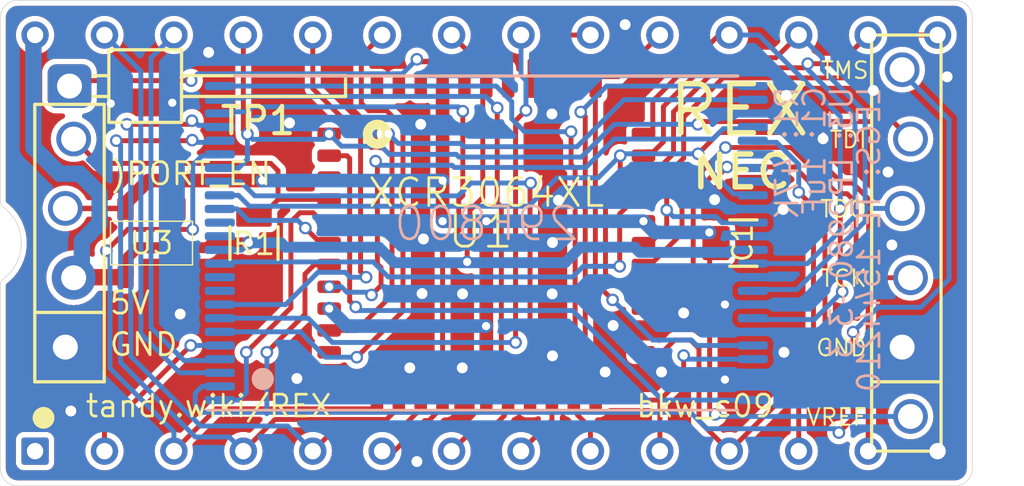
<source format=kicad_pcb>
(kicad_pcb (version 20221018) (generator pcbnew)
  (title_block (title "REX NEC, BKW re-spin") (date "2022-09-02") (rev "bkw_c09") (company "Brian K. White - b.kenyon.w@gmail.com") (comment 1 "Original design: Steve Adolph"))
  (layers (0 "F.Cu" signal "Top") (31 "B.Cu" signal "Bottom") (34 "B.Paste" user) (35 "F.Paste" user) (36 "B.SilkS" user "B.Silkscreen") (37 "F.SilkS" user "F.Silkscreen") (38 "B.Mask" user) (39 "F.Mask" user) (44 "Edge.Cuts" user))
  (net 0 "")
  (net 1 "GND")
  (net 2 "+3V3")
  (net 3 "/PORT_EN")
  (net 4 "/TP1")
  (net 5 "/eD3")
  (net 6 "/eA12")
  (net 7 "/eD4")
  (net 8 "/eA7")
  (net 9 "/eA6")
  (net 10 "/eD6")
  (net 11 "/eA5")
  (net 12 "/eD7")
  (net 13 "/eA4")
  (net 14 "/e~{CS}")
  (net 15 "/eA3")
  (net 16 "/eA10")
  (net 17 "/eA2")
  (net 18 "/e~{OE}")
  (net 19 "/eA1")
  (net 20 "/eA11")
  (net 21 "/eA0")
  (net 22 "/eA9")
  (net 23 "/eD0")
  (net 24 "/eD1")
  (net 25 "/eA13")
  (net 26 "/eD2")
  (net 27 "/eA14")
  (net 28 "+5V")
  (net 29 "/TMS")
  (net 30 "/TCK")
  (net 31 "/_~{WE}")
  (net 32 "/_A17")
  (net 33 "/_~{CE}")
  (net 34 "/_~{OE}")
  (net 35 "/_RY~{BY}")
  (net 36 "/_A15")
  (net 37 "/_A16")
  (net 38 "/eD5")
  (net 39 "/eA8")
  (footprint "000_LOCAL:C_0805" (layer "F.Cu") (at 155.783 95.232)
    (fp_text reference "C1")
    (fp_text value "1u")
  )
  (footprint "000_LOCAL:DIP-28_600_pcb_shallow_notch" (layer "F.Cu") (at 146.378 95.232 90)
    (fp_text reference "J1" hide)
    (fp_text value "DIP28 legs 27C256")
    (fp_line (start -8.89 17.145) (end -8.89 -17.145) (stroke (width 0.0254)) (layer "Edge.Cuts"))
    (fp_line (start -8.255 -17.78) (end -1.524 -17.78) (stroke (width 0.0254)) (layer "Edge.Cuts"))
    (fp_line (start 1.524 -17.78) (end 8.255 -17.78) (stroke (width 0.0254)) (layer "Edge.Cuts"))
    (fp_line (start 8.255 17.78) (end -8.255 17.78) (stroke (width 0.0254)) (layer "Edge.Cuts"))
    (fp_line (start 8.89 -17.145) (end 8.89 17.145) (stroke (width 0.0254)) (layer "Edge.Cuts"))
    (fp_arc (start -8.89 -17.145) (mid -8.704013 -17.594013) (end -8.255 -17.78) (stroke (width 0.0254)) (layer "Edge.Cuts"))
    (fp_arc (start -8.255 17.78) (mid -8.704013 17.594013) (end -8.89 17.145) (stroke (width 0.0254)) (layer "Edge.Cuts"))
    (fp_arc (start -1.524 -17.78) (mid -1.426799 -17.760665) (end -1.344395 -17.705605) (stroke (width 0.0254)) (layer "Edge.Cuts"))
    (fp_arc (start 1.344395 -17.705605) (mid 0 -17.015057) (end -1.344395 -17.705605) (stroke (width 0.0254)) (layer "Edge.Cuts"))
    (fp_arc (start 1.344395 -17.705605) (mid 1.426798 -17.760665) (end 1.524 -17.78) (stroke (width 0.0254)) (layer "Edge.Cuts"))
    (fp_arc (start 8.255 -17.78) (mid 8.704013 -17.594013) (end 8.89 -17.145) (stroke (width 0.0254)) (layer "Edge.Cuts"))
    (fp_arc (start 8.89 17.145) (mid 8.704013 17.594013) (end 8.255 17.78) (stroke (width 0.0254)) (layer "Edge.Cuts"))
  )
  (footprint "000_LOCAL:1x6_pcb_socket" (layer "F.Cu") (at 161.745 95.232 90)
    (fp_text reference "J2")
    (fp_text value "JTAG" hide)
  )
  (footprint "000_LOCAL:R_0805" (layer "F.Cu") (at 137.878 95.232 90)
    (fp_text reference "R1")
    (fp_text value "47k")
  )
  (footprint "000_LOCAL:VQFP44" (layer "F.Cu") (at 146.378 95.232)
    (fp_text reference "U1")
    (fp_text value "XCR3064-VQ44" hide)
  )
  (footprint "000_LOCAL:SOT-23-5" (layer "F.Cu") (at 134.128 95.232 90)
    (fp_text reference "U3")
    (fp_text value "LP2980")
  )
  (footprint "000_LOCAL:1x1_pin_h" (layer "F.Cu") (at 131.128 89.482)
    (fp_text reference "TP1")
    (fp_text value "PINHD-1X1")
  )
  (footprint "000_LOCAL:1x4_pcb_socket" (layer "F.Cu") (at 131.128 95.232 90)
    (fp_text reference "J3" hide)
    (fp_text value "PRG")
  )
  (footprint "000_LOCAL:TSOP-48" (layer "B.Cu") (at 146.378 95.232)
    (fp_text reference "U2" hide)
    (fp_text value "29F800")
  )
  (gr_circle (center 130.178 101.632) (end 130.178 101.432) (stroke (width 0.4)) (fill none) (layer "F.SilkS"))
  (gr_text "U3: LP2980-3.3" (at 159.378 89.432 90) (layer "B.SilkS") (effects (font (size 0.8 0.8) (thickness 0.1)) (justify left mirror)))
  (gr_text "C1: 1uF" (at 158.378 89.432 90) (layer "B.SilkS") (effects (font (size 0.8 0.8) (thickness 0.1)) (justify left mirror)))
  (gr_text "LEGS: TE 1544210" (at 160.378 89.432 90) (layer "B.SilkS") (effects (font (size 0.8 0.8) (thickness 0.1)) (justify left mirror)))
  (gr_text "R1: 47K" (at 157.378 89.432 90) (layer "B.SilkS") (effects (font (size 0.8 0.8) (thickness 0.1)) (justify left mirror)))
  (gr_text ")PORT_EN" (at 135.583 92.692) (layer "F.SilkS") (effects (font (size 0.8128 0.8128) (thickness 0.1016))))
  (gr_text "5V" (at 132.535 97.899) (layer "F.SilkS") (effects (font (size 0.8128 0.8128) (thickness 0.1016)) (justify left bottom)))
  (gr_text "NEC" (at 155.7125 93.327) (layer "F.SilkS") (effects (font (size 1.2 1.2) (thickness 0.2)) (justify bottom)))
  (gr_text "GND" (at 132.535 99.423) (layer "F.SilkS") (effects (font (size 0.8128 0.8128) (thickness 0.1016)) (justify left bottom)))
  (gr_text "TCK" (at 160.348 96.883) (layer "F.SilkS") (effects (font (size 0.6096 0.6096) (thickness 0.0762)) (justify right bottom)))
  (gr_text "TDO" (at 160.348 94.343) (layer "F.SilkS") (effects (font (size 0.6096 0.6096) (thickness 0.0762)) (justify right bottom)))
  (gr_text "GND" (at 160.348 99.423) (layer "F.SilkS") (effects (font (size 0.6096 0.6096) (thickness 0.0762)) (justify right bottom)))
  (gr_text "VREF" (at 160.348 101.963) (layer "F.SilkS") (effects (font (size 0.6096 0.6096) (thickness 0.0762)) (justify right bottom)))
  (gr_text "REX" (at 155.6363 91.422) (layer "F.SilkS") (effects (font (size 1.8 1.8) (thickness 0.2)) (justify bottom)))
  (gr_text "TMS" (at 160.418 89.263) (layer "F.SilkS") (effects (font (size 0.6096 0.6096) (thickness 0.0762)) (justify right bottom)))
  (gr_text "TDI" (at 160.348 91.803) (layer "F.SilkS") (effects (font (size 0.6096 0.6096) (thickness 0.0762)) (justify right bottom)))
  (gr_text "XCR3064XL" (at 146.378 93.982) (layer "F.SilkS") (effects (font (size 1.016 1.016) (thickness 0.1016)) (justify bottom)))
  (gr_text "tandy.wiki/REX" (at 136.218 101.201) (layer "F.SilkS") (effects (font (size 0.8 0.8) (thickness 0.1))))
  (gr_text "${REVISION}" (at 154.379 101.201) (layer "F.SilkS") (effects (font (size 0.8 0.8) (thickness 0.1))))
  (via (at 153.598 97.792) (size 0.6) (drill 0.4) (layers "F.Cu" "B.Cu") (net 1))
  (via (at 144.078 95.082) (size 0.6) (drill 0.4) (layers "F.Cu" "B.Cu") (net 1))
  (via (at 145.508 97.092) (size 0.6) (drill 0.4) (layers "F.Cu" "B.Cu") (net 1))
  (via (at 163.238 89.142) (size 0.6) (drill 0.4) (layers "F.Cu" "B.Cu") (net 1))
  (via (at 151.018 98.252) (size 0.6) (drill 0.4) (layers "F.Cu" "B.Cu") (net 1))
  (via (at 157.238 94.002) (size 0.6) (drill 0.4) (layers "F.Cu" "B.Cu") (net 1))
  (via (at 145.498 99.802) (size 0.6) (drill 0.4) (layers "F.Cu" "B.Cu") (net 1))
  (via (at 136.218 88.247) (size 0.6) (drill 0.4) (layers "F.Cu" "B.Cu") (net 1))
  (via (at 155.108 97.482) (size 0.5) (drill 0.3) (layers "F.Cu" "B.Cu") (net 1))
  (via (at 139.178 90.832) (size 0.6) (drill 0.4) (layers "F.Cu" "B.Cu") (net 1))
  (via (at 150.728 99.952) (size 0.6) (drill 0.4) (layers "F.Cu" "B.Cu") (net 1))
  (via (at 158.698 91.412) (size 0.6) (drill 0.4) (layers "F.Cu" "B.Cu") (net 1))
  (via (at 157.268 99.232) (size 0.6) (drill 0.4) (layers "F.Cu" "B.Cu") (net 1))
  (via (at 154.728 93.642) (size 0.6) (drill 0.4) (layers "F.Cu" "B.Cu") (net 1))
  (via (at 148.798 95.212) (size 0.6) (drill 0.4) (layers "F.Cu" "B.Cu") (net 1))
  (via (at 143.978 90.882) (size 0.6) (drill 0.4) (layers "F.Cu" "B.Cu") (net 1))
  (via (at 148.778 90.502) (size 0.6) (drill 0.4) (layers "F.Cu" "B.Cu") (net 1))
  (via (at 134.888 90.092) (size 0.46) (drill 0.3) (layers "F.Cu" "B.Cu") (net 1))
  (via (at 149.018 93.662) (size 0.6) (drill 0.4) (layers "F.Cu" "B.Cu") (net 1))
  (via (at 148.788 97.092) (size 0.6) (drill 0.4) (layers "F.Cu" "B.Cu") (net 1))
  (via (at 151.458 87.231) (size 0.6) (drill 0.4) (layers "F.Cu" "B.Cu") (net 1))
  (via (at 143.578 99.802) (size 0.6) (drill 0.4) (layers "F.Cu" "B.Cu") (net 1))
  (via (at 148.798 99.362) (size 0.6) (drill 0.4) (layers "F.Cu" "B.Cu") (net 1))
  (via (at 152.788 99.952) (size 0.6) (drill 0.4) (layers "F.Cu" "B.Cu") (net 1))
  (via (at 157.358 89.822) (size 0.6) (drill 0.4) (layers "F.Cu" "B.Cu") (net 1))
  (via (at 161.218 95.302) (size 0.6) (drill 0.4) (layers "F.Cu" "B.Cu") (net 1))
  (via (at 132.638 90.122) (size 0.46) (drill 0.3) (layers "F.Cu" "B.Cu") (net 1))
  (via (at 131.178 101.382) (size 0.6) (drill 0.4) (layers "F.Cu" "B.Cu") (net 1))
  (via (at 160.538 89.642) (size 0.6) (drill 0.4) (layers "F.Cu" "B.Cu") (net 1))
  (via (at 143.838 103.233) (size 0.6) (drill 0.4) (layers "F.Cu" "B.Cu") (net 1))
  (via (at 155.108 100.232) (size 0.5) (drill 0.3) (layers "F.Cu" "B.Cu") (net 1))
  (via (at 161.078 92.632) (size 0.6) (drill 0.4) (layers "F.Cu" "B.Cu") (net 1))
  (via (at 135.178 97.832) (size 0.6) (drill 0.4) (layers "F.Cu" "B.Cu") (net 1))
  (via (at 144.028 97.082) (size 0.6) (drill 0.4) (layers "F.Cu" "B.Cu") (net 1))
  (via (at 139.448 100.192) (size 0.6) (drill 0.4) (layers "F.Cu" "B.Cu") (net 1))
  (segment (start 156.128 91.982) (end 156.788 91.982) (width 0.3) (layer "B.Cu") (net 1))
  (segment (start 156.788 91.982) (end 156.988 92.182) (width 0.3) (layer "B.Cu") (net 1))
  (segment (start 138.178 92.942) (end 134.008 92.942) (width 0.5) (layer "F.Cu") (net 2))
  (segment (start 144.778 92.942) (end 144.778 94.432) (width 0.5) (layer "F.Cu") (net 2))
  (segment (start 154.548 101.302) (end 154.548 95.467) (width 0.18) (layer "F.Cu") (net 2))
  (segment (start 146.378 98.262) (end 146.368 98.272) (width 0.5) (layer "F.Cu") (net 2))
  (segment (start 154.538 94.842) (end 154.783 95.087) (width 0.3) (layer "F.Cu") (net 2))
  (segment (start 154.548 95.467) (end 154.783 95.232) (width 0.18) (layer "F.Cu") (net 2))
  (segment (start 146.378 100.982) (end 146.378 98.282) (width 0.5) (layer "F.Cu") (net 2))
  (segment (start 154.753 101.507) (end 154.548 101.302) (width 0.18) (layer "F.Cu") (net 2))
  (segment (start 133.178 93.772) (end 133.178 93.982) (width 0.5) (layer "F.Cu") (net 2))
  (segment (start 134.008 92.942) (end 133.178 93.772) (width 0.5) (layer "F.Cu") (net 2))
  (segment (start 144.778 92.942) (end 144.778 89.482) (width 0.5) (layer "F.Cu") (net 2))
  (segment (start 130.9756 93.962) (end 133.158 93.962) (width 0.2) (layer "F.Cu") (net 2))
  (segment (start 146.378 94.432) (end 146.378 98.262) (width 0.5) (layer "F.Cu") (net 2))
  (segment (start 146.378 98.282) (end 146.368 98.272) (width 0.5) (layer "F.Cu") (net 2))
  (segment (start 154.783 95.087) (end 154.783 95.232) (width 0.3) (layer "F.Cu") (net 2))
  (segment (start 133.178 93.892) (end 133.178 93.982) (width 0.3) (layer "F.Cu") (net 2))
  (via (at 140.628 97.632) (size 0.46) (drill 0.3) (layers "F.Cu" "B.Cu") (net 2))
  (via (at 154.753 101.507) (size 0.46) (drill 0.3) (layers "F.Cu" "B.Cu") (net 2))
  (via (at 152.128 94.432) (size 0.46) (drill 0.3) (layers "F.Cu" "B.Cu") (net 2))
  (via (at 144.778 94.432) (size 0.46) (drill 0.3) (layers "F.Cu" "B.Cu") (net 2))
  (via (at 146.378 94.432) (size 0.46) (drill 0.3) (layers "F.Cu" "B.Cu") (net 2))
  (via (at 144.778 92.942) (size 0.46) (drill 0.3) (layers "F.Cu" "B.Cu") (net 2))
  (via (at 154.538 94.842) (size 0.5) (drill 0.3) (layers "F.Cu" "B.Cu") (net 2))
  (via (at 146.368 98.272) (size 0.46) (drill 0.3) (layers "F.Cu" "B.Cu") (net 2))
  (via (at 138.178 92.942) (size 0.5) (drill 0.3) (layers "F.Cu" "B.Cu") (net 2))
  (segment (start 154.753 101.507) (end 154.828 101.582) (width 0.18) (layer "B.Cu") (net 2))
  (segment (start 152.128 94.432) (end 146.378 94.432) (width 0.5) (layer "B.Cu") (net 2))
  (segment (start 141.268 98.272) (end 140.628 97.632) (width 0.5) (layer "B.Cu") (net 2))
  (segment (start 161.78 101.582) (end 161.7804 101.582) (width 0.3) (layer "B.Cu") (net 2))
  (segment (start 152.538 94.842) (end 152.128 94.432) (width 0.5) (layer "B.Cu") (net 2))
  (segment (start 154.538 94.842) (end 152.538 94.842) (width 0.5) (layer "B.Cu") (net 2))
  (segment (start 154.828 101.582) (end 161.78 101.582) (width 0.18) (layer "B.Cu") (net 2))
  (segment (start 144.778 94.432) (end 146.378 94.432) (width 0.5) (layer "B.Cu") (net 2))
  (segment (start 138.178 92.942) (end 144.778 92.942) (width 0.5) (layer "B.Cu") (net 2))
  (segment (start 146.368 98.272) (end 141.268 98.272) (width 0.5) (layer "B.Cu") (net 2))
  (segment (start 132.1704 92.312) (end 131.2804 91.422) (width 0.18) (layer "F.Cu") (net 3))
  (segment (start 138.758 93.632) (end 138.758 92.582) (width 0.18) (layer "F.Cu") (net 3))
  (segment (start 138.118 94.282) (end 137.878 94.282) (width 0.18) (layer "F.Cu") (net 3))
  (segment (start 138.758 92.582) (end 138.488 92.312) (width 0.18) (layer "F.Cu") (net 3))
  (segment (start 138.488 92.312) (end 132.1704 92.312) (width 0.18) (layer "F.Cu") (net 3))
  (segment (start 138.768 93.632) (end 138.118 94.282) (width 0.18) (layer "F.Cu") (net 3))
  (segment (start 140.628 93.632) (end 138.768 93.632) (width 0.18) (layer "F.Cu") (net 3))
  (segment (start 145.578 88.832) (end 145.578 89.482) (width 0.2) (layer "F.Cu") (net 4))
  (segment (start 143.838 88.501) (end 143.919 88.582) (width 0.2) (layer "F.Cu") (net 4))
  (segment (start 143.919 88.582) (end 145.328 88.582) (width 0.2) (layer "F.Cu") (net 4))
  (segment (start 131.328 89.282) (end 131.128 89.482) (width 0.18) (layer "F.Cu") (net 4))
  (segment (start 135.578 89.282) (end 131.328 89.282) (width 0.18) (layer "F.Cu") (net 4))
  (segment (start 145.328 88.582) (end 145.578 88.832) (width 0.2) (layer "F.Cu") (net 4))
  (via (at 143.838 88.501) (size 0.46) (drill 0.3) (layers "F.Cu" "B.Cu") (net 4))
  (via (at 135.578 89.282) (size 0.46) (drill 0.3) (layers "F.Cu" "B.Cu") (net 4))
  (segment (start 135.578 89.282) (end 135.828 89.032) (width 0.18) (layer "B.Cu") (net 4))
  (segment (start 143.307 89.032) (end 143.838 88.501) (width 0.18) (layer "B.Cu") (net 4))
  (segment (start 135.828 89.032) (end 143.307 89.032) (width 0.18) (layer "B.Cu") (net 4))
  (segment (start 152.978 94.022) (end 152.978 94.622) (width 0.18) (layer "F.Cu") (net 5))
  (segment (start 152.978 94.622) (end 152.368 95.232) (width 0.18) (layer "F.Cu") (net 5))
  (segment (start 152.368 95.232) (end 152.128 95.232) (width 0.18) (layer "F.Cu") (net 5))
  (segment (start 159.938 89.182) (end 161.508 87.612) (width 0.18) (layer "F.Cu") (net 5))
  (segment (start 153.598 92.122) (end 153.598 90.622) (width 0.18) (layer "F.Cu") (net 5))
  (segment (start 152.978 92.742) (end 153.598 92.122) (width 0.18) (layer "F.Cu") (net 5))
  (segment (start 152.978 94.022) (end 152.978 92.742) (width 0.18) (layer "F.Cu") (net 5))
  (segment (start 155.038 89.182) (end 159.938 89.182) (width 0.18) (layer "F.Cu") (net 5))
  (segment (start 161.508 87.612) (end 162.888 87.612) (width 0.18) (layer "F.Cu") (net 5))
  (segment (start 153.598 90.622) (end 155.038 89.182) (width 0.18) (layer "F.Cu") (net 5))
  (via (at 152.978 94.022) (size 0.46) (drill 0.3) (layers "F.Cu" "B.Cu") (net 5))
  (segment (start 153.218 94.262) (end 154.778 94.262) (width 0.18) (layer "B.Cu") (net 5))
  (segment (start 152.978 94.022) (end 153.218 94.262) (width 0.18) (layer "B.Cu") (net 5))
  (segment (start 154.778 94.262) (end 154.998 94.482) (width 0.18) (layer "B.Cu") (net 5))
  (segment (start 154.998 94.482) (end 156.128 94.482) (width 0.18) (layer "B.Cu") (net 5))
  (segment (start 132.408 102.852) (end 132.408 102.1366) (width 0.18) (layer "F.Cu") (net 6))
  (segment (start 132.408 102.1366) (end 135.5626 98.982) (width 0.18) (layer "F.Cu") (net 6))
  (via (at 135.5626 98.982) (size 0.46) (drill 0.3) (layers "F.Cu" "B.Cu") (net 6))
  (segment (start 136.628 98.982) (end 135.5626 98.982) (width 0.18) (layer "B.Cu") (net 6))
  (segment (start 153.228 90.422) (end 153.228 91.952) (width 0.18) (layer "F.Cu") (net 7))
  (segment (start 152.268 92.692) (end 152.128 92.832) (width 0.18) (layer "F.Cu") (net 7))
  (segment (start 158.138 88.662) (end 157.988 88.812) (width 0.18) (layer "F.Cu") (net 7))
  (segment (start 152.488 92.692) (end 152.268 92.692) (width 0.18) (layer "F.Cu") (net 7))
  (segment (start 157.988 88.812) (end 154.838 88.812) (width 0.18) (layer "F.Cu") (net 7))
  (segment (start 158.138 88.662) (end 159.298 88.662) (width 0.18) (layer "F.Cu") (net 7))
  (segment (start 159.298 88.662) (end 160.348 87.612) (width 0.18) (layer "F.Cu") (net 7))
  (segment (start 154.838 88.812) (end 153.228 90.422) (width 0.18) (layer "F.Cu") (net 7))
  (segment (start 153.228 91.952) (end 152.488 92.692) (width 0.18) (layer "F.Cu") (net 7))
  (via (at 158.138 88.662) (size 0.46) (drill 0.3) (layers "F.Cu" "B.Cu") (net 7))
  (segment (start 158.138 88.872) (end 159.868 90.602) (width 0.18) (layer "B.Cu") (net 7))
  (segment (start 158.128 95.982) (end 156.128 95.982) (width 0.18) (layer "B.Cu") (net 7))
  (segment (start 159.868 94.242) (end 158.128 95.982) (width 0.18) (layer "B.Cu") (net 7))
  (segment (start 158.138 88.662) (end 158.138 88.872) (width 0.18) (layer "B.Cu") (net 7))
  (segment (start 159.868 90.602) (end 159.868 94.242) (width 0.18) (layer "B.Cu") (net 7))
  (segment (start 142.378 101.302) (end 136.498 101.302) (width 0.18) (layer "F.Cu") (net 8))
  (segment (start 133.258 94.732) (end 132.478 95.512) (width 0.18) (layer "F.Cu") (net 8))
  (segment (start 142.378 100.982) (end 142.378 101.302) (width 0.18) (layer "F.Cu") (net 8))
  (segment (start 136.498 101.302) (end 134.948 102.852) (width 0.18) (layer "F.Cu") (net 8))
  (segment (start 135.638 94.732) (end 133.258 94.732) (width 0.18) (layer "F.Cu") (net 8))
  (via (at 132.478 95.512) (size 0.46) (drill 0.3) (layers "F.Cu" "B.Cu") (net 8))
  (via (at 135.638 94.732) (size 0.46) (drill 0.3) (layers "F.Cu" "B.Cu") (net 8))
  (segment (start 135.638 94.732) (end 135.638 92.372) (width 0.18) (layer "B.Cu") (net 8))
  (segment (start 136.568 92.042) (end 136.628 91.982) (width 0.18) (layer "B.Cu") (net 8))
  (segment (start 132.608 99.812) (end 134.948 102.152) (width 0.18) (layer "B.Cu") (net 8))
  (segment (start 135.968 92.042) (end 136.568 92.042) (width 0.18) (layer "B.Cu") (net 8))
  (segment (start 135.638 92.372) (end 135.968 92.042) (width 0.18) (layer "B.Cu") (net 8))
  (segment (start 132.608 95.642) (end 132.608 99.812) (width 0.18) (layer "B.Cu") (net 8))
  (segment (start 134.948 102.152) (end 134.948 102.852) (width 0.18) (layer "B.Cu") (net 8))
  (segment (start 132.478 95.512) (end 132.608 95.642) (width 0.18) (layer "B.Cu") (net 8))
  (segment (start 143.178 100.982) (end 143.178 101.2426) (width 0.18) (layer "F.Cu") (net 9))
  (segment (start 135.598 91.482) (end 135.618 91.462) (width 0.18) (layer "F.Cu") (net 9))
  (segment (start 138.648 101.692) (end 137.488 102.852) (width 0.18) (layer "F.Cu") (net 9))
  (segment (start 143.178 101.2426) (end 142.7286 101.692) (width 0.18) (layer "F.Cu") (net 9))
  (segment (start 132.838 91.482) (end 135.598 91.482) (width 0.18) (layer "F.Cu") (net 9))
  (segment (start 142.7286 101.692) (end 138.648 101.692) (width 0.18) (layer "F.Cu") (net 9))
  (via (at 132.838 91.482) (size 0.46) (drill 0.3) (layers "F.Cu" "B.Cu") (net 9))
  (via (at 135.618 91.462) (size 0.46) (drill 0.3) (layers "F.Cu" "B.Cu") (net 9))
  (segment (start 136.568 91.542) (end 136.628 91.482) (width 0.18) (layer "B.Cu") (net 9))
  (segment (start 135.728 102.332) (end 136.968 102.332) (width 0.18) (layer "B.Cu") (net 9))
  (segment (start 132.998 99.602) (end 135.728 102.332) (width 0.18) (layer "B.Cu") (net 9))
  (segment (start 132.838 91.482) (end 132.998 91.642) (width 0.18) (layer "B.Cu") (net 9))
  (segment (start 136.968 102.332) (end 137.488 102.852) (width 0.18) (layer "B.Cu") (net 9))
  (segment (start 135.698 91.542) (end 136.568 91.542) (width 0.18) (layer "B.Cu") (net 9))
  (segment (start 135.618 91.462) (end 135.698 91.542) (width 0.18) (layer "B.Cu") (net 9))
  (segment (start 132.998 91.642) (end 132.998 99.602) (width 0.18) (layer "B.Cu") (net 9))
  (segment (start 152.128 91.232) (end 152.468 91.232) (width 0.18) (layer "F.Cu") (net 10))
  (segment (start 152.468 90.032) (end 154.888 87.612) (width 0.18) (layer "F.Cu") (net 10))
  (segment (start 159.398 97.012) (end 159.328 96.942) (width 0.18) (layer "F.Cu") (net 10))
  (segment (start 159.328 96.942) (end 159.328 93.972) (width 0.18) (layer "F.Cu") (net 10))
  (segment (start 154.888 87.612) (end 155.268 87.612) (width 0.18) (layer "F.Cu") (net 10))
  (segment (start 152.468 91.232) (end 152.468 90.032) (width 0.18) (layer "F.Cu") (net 10))
  (via (at 159.328 93.972) (size 0.46) (drill 0.3) (layers "F.Cu" "B.Cu") (net 10))
  (via (at 159.398 97.012) (size 0.46) (drill 0.3) (layers "F.Cu" "B.Cu") (net 10))
  (segment (start 159.398 97.012) (end 158.378 98.032) (width 0.18) (layer "B.Cu") (net 10))
  (segment (start 156.178 98.032) (end 156.128 97.982) (width 0.18) (layer "B.Cu") (net 10))
  (segment (start 159.328 93.972) (end 159.328 90.592) (width 0.18) (layer "B.Cu") (net 10))
  (segment (start 158.378 98.032) (end 156.178 98.032) (width 0.18) (layer "B.Cu") (net 10))
  (segment (start 156.348 87.612) (end 155.268 87.612) (width 0.18) (layer "B.Cu") (net 10))
  (segment (start 159.328 90.592) (end 156.348 87.612) (width 0.18) (layer "B.Cu") (net 10))
  (segment (start 143.978 100.982) (end 143.838 101.122) (width 0.18) (layer "F.Cu") (net 11))
  (segment (start 143.838 101.122) (end 143.838 101.442) (width 0.18) (layer "F.Cu") (net 11))
  (segment (start 135.478 90.882) (end 133.228 90.882) (width 0.18) (layer "F.Cu") (net 11))
  (segment (start 135.608 90.752) (end 135.478 90.882) (width 0.18) (layer "F.Cu") (net 11))
  (segment (start 143.218 102.062) (end 140.818 102.062) (width 0.18) (layer "F.Cu") (net 11))
  (segment (start 143.838 101.442) (end 143.218 102.062) (width 0.18) (layer "F.Cu") (net 11))
  (segment (start 140.818 102.062) (end 140.028 102.852) (width 0.18) (layer "F.Cu") (net 11))
  (via (at 133.228 90.882) (size 0.46) (drill 0.3) (layers "F.Cu" "B.Cu") (net 11))
  (via (at 135.608 90.752) (size 0.46) (drill 0.3) (layers "F.Cu" "B.Cu") (net 11))
  (segment (start 133.228 90.882) (end 133.368 91.022) (width 0.18) (layer "B.Cu") (net 11))
  (segment (start 133.368 99.372) (end 135.928 101.932) (width 0.18) (layer "B.Cu") (net 11))
  (segment (start 135.608 90.752) (end 135.678 90.752) (width 0.18) (layer "B.Cu") (net 11))
  (segment (start 133.368 91.022) (end 133.368 99.372) (width 0.18) (layer "B.Cu") (net 11))
  (segment (start 139.108 101.932) (end 140.028 102.852) (width 0.18) (layer "B.Cu") (net 11))
  (segment (start 135.678 90.752) (end 135.848 90.922) (width 0.18) (layer "B.Cu") (net 11))
  (segment (start 135.848 90.922) (end 136.568 90.922) (width 0.18) (layer "B.Cu") (net 11))
  (segment (start 136.568 90.922) (end 136.628 90.982) (width 0.18) (layer "B.Cu") (net 11))
  (segment (start 135.928 101.932) (end 139.108 101.932) (width 0.18) (layer "B.Cu") (net 11))
  (segment (start 151.204 89.136) (end 150.378 89.136) (width 0.18) (layer "F.Cu") (net 12))
  (segment (start 150.368 89.492) (end 150.378 89.482) (width 0.18) (layer "F.Cu") (net 12))
  (segment (start 150.378 89.136) (end 150.378 89.482) (width 0.18) (layer "F.Cu") (net 12))
  (segment (start 150.998 97.312) (end 150.368 96.682) (width 0.18) (layer "F.Cu") (net 12))
  (segment (start 150.368 96.682) (end 150.368 89.492) (width 0.18) (layer "F.Cu") (net 12))
  (segment (start 152.728 87.612) (end 151.204 89.136) (width 0.18) (layer "F.Cu") (net 12))
  (via (at 150.998 97.312) (size 0.46) (drill 0.3) (layers "F.Cu" "B.Cu") (net 12))
  (segment (start 150.998 97.312) (end 152.468 98.782) (width 0.18) (layer "B.Cu") (net 12))
  (segment (start 154.078 98.982) (end 156.128 98.982) (width 0.18) (layer "B.Cu") (net 12))
  (segment (start 152.468 98.782) (end 153.878 98.782) (width 0.18) (layer "B.Cu") (net 12))
  (segment (start 153.878 98.782) (end 154.078 98.982) (width 0.18) (layer "B.Cu") (net 12))
  (segment (start 144.778 95.3724) (end 144.778 100.982) (width 0.18) (layer "F.Cu") (net 13))
  (segment (start 142.568 102.852) (end 143.008 102.852) (width 0.18) (layer "F.Cu") (net 13))
  (segment (start 145.518 93.492) (end 145.368 93.642) (width 0.18) (layer "F.Cu") (net 13))
  (segment (start 143.008 102.852) (end 144.128 101.732) (width 0.18) (layer "F.Cu") (net 13))
  (segment (start 144.278 101.732) (end 144.638 101.372) (width 0.18) (layer "F.Cu") (net 13))
  (segment (start 145.368 93.642) (end 145.368 94.7824) (width 0.18) (layer "F.Cu") (net 13))
  (segment (start 145.518 90.402) (end 145.518 93.492) (width 0.18) (layer "F.Cu") (net 13))
  (segment (start 144.638 101.122) (end 144.778 100.982) (width 0.18) (layer "F.Cu") (net 13))
  (segment (start 144.638 101.372) (end 144.638 101.122) (width 0.18) (layer "F.Cu") (net 13))
  (segment (start 145.368 94.7824) (end 144.778 95.3724) (width 0.18) (layer "F.Cu") (net 13))
  (segment (start 144.128 101.732) (end 144.278 101.732) (width 0.18) (layer "F.Cu") (net 13))
  (via (at 145.518 90.402) (size 0.46) (drill 0.3) (layers "F.Cu" "B.Cu") (net 13))
  (segment (start 145.518 90.402) (end 145.358 90.242) (width 0.18) (layer "B.Cu") (net 13))
  (segment (start 137.608 90.422) (end 136.688 90.422) (width 0.18) (layer "B.Cu") (net 13))
  (segment (start 145.358 90.242) (end 137.788 90.242) (width 0.18) (layer "B.Cu") (net 13))
  (segment (start 136.688 90.422) (end 136.628 90.482) (width 0.18) (layer "B.Cu") (net 13))
  (segment (start 137.788 90.242) (end 137.608 90.422) (width 0.18) (layer "B.Cu") (net 13))
  (segment (start 147.978 88.582) (end 148.948 87.612) (width 0.18) (layer "F.Cu") (net 14))
  (segment (start 147.978 89.482) (end 147.978 88.582) (width 0.18) (layer "F.Cu") (net 14))
  (segment (start 148.948 87.612) (end 150.188 87.612) (width 0.18) (layer "F.Cu") (net 14))
  (segment (start 146.928 93.912) (end 146.928 99.722) (width 0.18) (layer "F.Cu") (net 15))
  (segment (start 146.778 90.282) (end 146.778 93.762) (width 0.18) (layer "F.Cu") (net 15))
  (segment (start 146.758 101.832) (end 147.038 101.552) (width 0.18) (layer "F.Cu") (net 15))
  (segment (start 147.178 99.972) (end 147.178 100.982) (width 0.18) (layer "F.Cu") (net 15))
  (segment (start 146.928 99.722) (end 147.178 99.972) (width 0.18) (layer "F.Cu") (net 15))
  (segment (start 146.778 93.762) (end 146.928 93.912) (width 0.18) (layer "F.Cu") (net 15))
  (segment (start 146.128 101.832) (end 146.758 101.832) (width 0.18) (layer "F.Cu") (net 15))
  (segment (start 147.038 101.122) (end 147.178 100.982) (width 0.18) (layer "F.Cu") (net 15))
  (segment (start 145.108 102.852) (end 146.128 101.832) (width 0.18) (layer "F.Cu") (net 15))
  (segment (start 147.038 101.552) (end 147.038 101.122) (width 0.18) (layer "F.Cu") (net 15))
  (via (at 146.778 90.282) (size 0.46) (drill 0.3) (layers "F.Cu" "B.Cu") (net 15))
  (segment (start 146.778 90.282) (end 146.358 89.862) (width 0.18) (layer "B.Cu") (net 15))
  (segment (start 137.568 89.862) (end 137.508 89.922) (width 0.18) (layer "B.Cu") (net 15))
  (segment (start 137.508 89.922) (end 136.688 89.922) (width 0.18) (layer "B.Cu") (net 15))
  (segment (start 136.688 89.922) (end 136.628 89.982) (width 0.18) (layer "B.Cu") (net 15))
  (segment (start 146.358 89.862) (end 137.568 89.862) (width 0.18) (layer "B.Cu") (net 15))
  (segment (start 147.448 90.752) (end 147.448 98.872) (width 0.18) (layer "F.Cu") (net 16))
  (segment (start 147.828 90.372) (end 147.448 90.752) (width 0.18) (layer "F.Cu") (net 16))
  (via (at 147.448 98.872) (size 0.46) (drill 0.3) (layers "F.Cu" "B.Cu") (net 16))
  (via (at 147.828 90.372) (size 0.46) (drill 0.3) (layers "F.Cu" "B.Cu") (net 16))
  (segment (start 147.828 89.272) (end 147.648 89.092) (width 0.18) (layer "B.Cu") (net 16))
  (segment (start 140.748 98.872) (end 139.858 97.982) (width 0.18) (layer "B.Cu") (net 16))
  (segment (start 139.858 97.982) (end 136.628 97.982) (width 0.18) (layer "B.Cu") (net 16))
  (segment (start 147.648 89.092) (end 147.648 87.612) (width 0.18) (layer "B.Cu") (net 16))
  (segment (start 147.448 98.872) (end 140.748 98.872) (width 0.18) (layer "B.Cu") (net 16))
  (segment (start 147.828 90.372) (end 147.828 89.272) (width 0.18) (layer "B.Cu") (net 16))
  (segment (start 147.648 102.852) (end 148.778 101.722) (width 0.18) (layer "F.Cu") (net 17))
  (segment (start 148.918 100.842) (end 148.778 100.982) (width 0.18) (layer "F.Cu") (net 17))
  (segment (start 148.778 101.722) (end 148.778 100.982) (width 0.18) (layer "F.Cu") (net 17))
  (segment (start 149.478 92.362) (end 149.628 92.512) (width 0.18) (layer "F.Cu") (net 17))
  (segment (start 149.628 92.512) (end 149.628 99.752) (width 0.18) (layer "F.Cu") (net 17))
  (segment (start 149.478 91.152) (end 149.478 92.362) (width 0.18) (layer "F.Cu") (net 17))
  (segment (start 149.628 99.752) (end 148.918 100.462) (width 0.18) (layer "F.Cu") (net 17))
  (segment (start 148.918 100.462) (end 148.918 100.842) (width 0.18) (layer "F.Cu") (net 17))
  (via (at 149.478 91.152) (size 0.46) (drill 0.3) (layers "F.Cu" "B.Cu") (net 17))
  (segment (start 147.778 91.152) (end 147.308 90.682) (width 0.18) (layer "B.Cu") (net 17))
  (segment (start 146.738 89.482) (end 136.628 89.482) (width 0.18) (layer "B.Cu") (net 17))
  (segment (start 147.308 90.052) (end 146.738 89.482) (width 0.18) (layer "B.Cu") (net 17))
  (segment (start 147.308 90.682) (end 147.308 90.052) (width 0.18) (layer "B.Cu") (net 17))
  (segment (start 149.478 91.152) (end 147.778 91.152) (width 0.18) (layer "B.Cu") (net 17))
  (segment (start 146.158 88.662) (end 145.108 87.612) (width 0.18) (layer "F.Cu") (net 18))
  (segment (start 147.178 88.832) (end 147.008 88.662) (width 0.18) (layer "F.Cu") (net 18))
  (segment (start 147.178 89.482) (end 147.178 88.832) (width 0.18) (layer "F.Cu") (net 18))
  (segment (start 147.008 88.662) (end 146.158 88.662) (width 0.18) (layer "F.Cu") (net 18))
  (segment (start 149.718 101.532) (end 149.718 101.122) (width 0.18) (layer "F.Cu") (net 19))
  (segment (start 149.718 100.842) (end 149.578 100.982) (width 0.18) (layer "F.Cu") (net 19))
  (segment (start 149.8324 90.4314) (end 149.998 90.597) (width 0.18) (layer "F.Cu") (net 19))
  (segment (start 149.718 101.122) (end 149.578 100.982) (width 0.18) (layer "F.Cu") (net 19))
  (segment (start 149.998 90.597) (end 149.998 100.152) (width 0.18) (layer "F.Cu") (net 19))
  (segment (start 149.998 100.152) (end 149.718 100.432) (width 0.18) (layer "F.Cu") (net 19))
  (segment (start 149.718 100.432) (end 149.718 100.842) (width 0.18) (layer "F.Cu") (net 19))
  (segment (start 150.188 102.002) (end 149.718 101.532) (width 0.18) (layer "F.Cu") (net 19))
  (segment (start 150.188 102.852) (end 150.188 102.002) (width 0.18) (layer "F.Cu") (net 19))
  (via (at 149.8324 90.4314) (size 0.46) (drill 0.3) (layers "F.Cu" "B.Cu") (net 19))
  (segment (start 149.8324 90.4314) (end 150.7818 89.482) (width 0.18) (layer "B.Cu") (net 19))
  (segment (start 150.7818 89.482) (end 156.128 89.482) (width 0.18) (layer "B.Cu") (net 19))
  (segment (start 143.328 97.722) (end 143.328 90.982) (width 0.18) (layer "F.Cu") (net 20))
  (segment (start 141.806 90.11) (end 141.806 88.374) (width 0.18) (layer "F.Cu") (net 20))
  (segment (start 142.728 90.382) (end 142.078 90.382) (width 0.18) (layer "F.Cu") (net 20))
  (segment (start 141.638 99.412) (end 143.328 97.722) (width 0.18) (layer "F.Cu") (net 20))
  (segment (start 143.328 90.982) (end 142.728 90.382) (width 0.18) (layer "F.Cu") (net 20))
  (segment (start 142.078 90.382) (end 141.806 90.11) (width 0.18) (layer "F.Cu") (net 20))
  (segment (start 141.806 88.374) (end 142.568 87.612) (width 0.18) (layer "F.Cu") (net 20))
  (via (at 141.638 99.412) (size 0.46) (drill 0.3) (layers "F.Cu" "B.Cu") (net 20))
  (segment (start 140.498 99.412) (end 139.568 98.482) (width 0.18) (layer "B.Cu") (net 20))
  (segment (start 141.638 99.412) (end 140.498 99.412) (width 0.18) (layer "B.Cu") (net 20))
  (segment (start 139.568 98.482) (end 136.628 98.482) (width 0.18) (layer "B.Cu") (net 20))
  (segment (start 153.598 99.352) (end 153.598 100.112) (width 0.18) (layer "F.Cu") (net 21))
  (segment (start 151.0801 100.982) (end 150.378 100.982) (width 0.18) (layer "F.Cu") (net 21))
  (segment (start 152.728 102.852) (end 152.728 100.982) (width 0.18) (layer "F.Cu") (net 21))
  (segment (start 153.598 100.112) (end 152.728 100.982) (width 0.18) (layer "F.Cu") (net 21))
  (segment (start 152.728 100.982) (end 151.0801 100.982) (width 0.18) (layer "F.Cu") (net 21))
  (via (at 153.598 99.352) (size 0.46) (drill 0.3) (layers "F.Cu" "B.Cu") (net 21))
  (segment (start 153.728 99.482) (end 156.128 99.482) (width 0.18) (layer "B.Cu") (net 21))
  (segment (start 153.598 99.352) (end 153.728 99.482) (width 0.18) (layer "B.Cu") (net 21))
  (segment (start 141.978 96.482) (end 141.778 96.282) (width 0.18) (layer "F.Cu") (net 22))
  (segment (start 141.778 91.322) (end 140.028 89.572) (width 0.18) (layer "F.Cu") (net 22))
  (segment (start 141.778 96.282) (end 141.778 91.322) (width 0.18) (layer "F.Cu") (net 22))
  (segment (start 140.028 89.572) (end 140.028 87.612) (width 0.18) (layer "F.Cu") (net 22))
  (via (at 141.978 96.482) (size 0.46) (drill 0.3) (layers "F.Cu" "B.Cu") (net 22))
  (segment (start 141.398 96.482) (end 141.218 96.302) (width 0.18) (layer "B.Cu") (net 22))
  (segment (start 140.218 96.302) (end 139.038 97.482) (width 0.18) (layer "B.Cu") (net 22))
  (segment (start 141.978 96.482) (end 141.398 96.482) (width 0.18) (layer "B.Cu") (net 22))
  (segment (start 139.038 97.482) (end 136.628 97.482) (width 0.18) (layer "B.Cu") (net 22))
  (segment (start 141.218 96.302) (end 140.218 96.302) (width 0.18) (layer "B.Cu") (net 22))
  (segment (start 154.158 99.092) (end 154.158 101.742) (width 0.18) (layer "F.Cu") (net 23))
  (segment (start 153.268 98.782) (end 153.848 98.782) (width 0.18) (layer "F.Cu") (net 23))
  (segment (start 158.348 93.912) (end 158.348 99.772) (width 0.18) (layer "F.Cu") (net 23))
  (segment (start 153.848 98.782) (end 154.158 99.092) (width 0.18) (layer "F.Cu") (net 23))
  (segment (start 152.818 99.232) (end 153.268 98.782) (width 0.18) (layer "F.Cu") (net 23))
  (segment (start 157.808 93.372) (end 158.348 93.912) (width 0.18) (layer "F.Cu") (net 23))
  (segment (start 154.158 101.742) (end 155.268 102.852) (width 0.18) (layer "F.Cu") (net 23))
  (segment (start 158.348 99.772) (end 155.268 102.852) (width 0.18) (layer "F.Cu") (net 23))
  (segment (start 152.128 99.232) (end 152.818 99.232) (width 0.18) (layer "F.Cu") (net 23))
  (via (at 157.808 93.372) (size 0.46) (drill 0.3) (layers "F.Cu" "B.Cu") (net 23))
  (segment (start 156.188 91.542) (end 156.128 91.482) (width 0.18) (layer "B.Cu") (net 23))
  (segment (start 156.998 91.542) (end 156.188 91.542) (width 0.18) (layer "B.Cu") (net 23))
  (segment (start 157.808 92.352) (end 156.998 91.542) (width 0.18) (layer "B.Cu") (net 23))
  (segment (start 157.808 93.372) (end 157.808 92.352) (width 0.18) (layer "B.Cu") (net 23))
  (segment (start 157.6505 92.4445) (end 158.768 93.562) (width 0.18) (layer "F.Cu") (net 24))
  (segment (start 152.128 97.632) (end 152.358 97.632) (width 0.18) (layer "F.Cu") (net 24))
  (segment (start 153.948 93.462) (end 154.598 92.812) (width 0.18) (layer "F.Cu") (net 24))
  (segment (start 154.598 92.812) (end 154.8187 92.812) (width 0.18) (layer "F.Cu") (net 24))
  (segment (start 157.808 100.922) (end 157.808 102.852) (width 0.18) (layer "F.Cu") (net 24))
  (segment (start 158.768 99.962) (end 157.808 100.922) (width 0.18) (layer "F.Cu") (net 24))
  (segment (start 155.1862 92.4445) (end 157.6505 92.4445) (width 0.18) (layer "F.Cu") (net 24))
  (segment (start 158.768 93.562) (end 158.768 99.962) (width 0.18) (layer "F.Cu") (net 24))
  (segment (start 152.358 97.632) (end 153.948 96.042) (width 0.18) (layer "F.Cu") (net 24))
  (segment (start 153.948 96.042) (end 153.948 93.462) (width 0.18) (layer "F.Cu") (net 24))
  (segment (start 154.8187 92.812) (end 155.1862 92.4445) (width 0.18) (layer "F.Cu") (net 24))
  (via (at 155.1862 92.4445) (size 0.46) (drill 0.3) (layers "F.Cu" "B.Cu") (net 24))
  (segment (start 156.128 92.482) (end 155.2237 92.482) (width 0.18) (layer "B.Cu") (net 24))
  (segment (start 155.2237 92.482) (end 155.1862 92.4445) (width 0.18) (layer "B.Cu") (net 24))
  (segment (start 134.108 98.322) (end 135.318 99.532) (width 0.18) (layer "B.Cu") (net 25))
  (segment (start 134.108 88.452) (end 134.108 98.322) (width 0.18) (layer "B.Cu") (net 25))
  (segment (start 134.948 87.612) (end 134.108 88.452) (width 0.18) (layer "B.Cu") (net 25))
  (segment (start 136.578 99.532) (end 136.628 99.482) (width 0.18) (layer "B.Cu") (net 25))
  (segment (start 135.318 99.532) (end 136.578 99.532) (width 0.18) (layer "B.Cu") (net 25))
  (segment (start 155.12765 91.73165) (end 153.538 93.3213) (width 0.18) (layer "F.Cu") (net 26))
  (segment (start 159.908 93.752) (end 159.908 96.012) (width 0.18) (layer "F.Cu") (net 26))
  (segment (start 159.908 96.012) (end 160.348 96.452) (width 0.18) (layer "F.Cu") (net 26))
  (segment (start 159.218 93.422) (end 159.578 93.422) (width 0.18) (layer "F.Cu") (net 26))
  (segment (start 159.578 93.422) (end 159.908 93.752) (width 0.18) (layer "F.Cu") (net 26))
  (segment (start 157.52765 91.73165) (end 159.218 93.422) (width 0.18) (layer "F.Cu") (net 26))
  (segment (start 155.12765 91.73165) (end 157.52765 91.73165) (width 0.18) (layer "F.Cu") (net 26))
  (segment (start 152.378 96.032) (end 152.128 96.032) (width 0.18) (layer "F.Cu") (net 26))
  (segment (start 153.538 94.872) (end 152.378 96.032) (width 0.18) (layer "F.Cu") (net 26))
  (segment (start 160.348 96.452) (end 160.348 102.852) (width 0.18) (layer "F.Cu") (net 26))
  (segment (start 153.538 93.3213) (end 153.538 94.872) (width 0.18) (layer "F.Cu") (net 26))
  (via (at 155.12765 91.73165) (size 0.46) (drill 0.3) (layers "F.Cu" "B.Cu") (net 26))
  (segment (start 154.658 92.2013) (end 154.658 92.662) (width 0.18) (layer "B.Cu") (net 26))
  (segment (start 156.078 93.432) (end 156.128 93.482) (width 0.18) (layer "B.Cu") (net 26))
  (segment (start 154.658 92.662) (end 155.428 93.432) (width 0.18) (layer "B.Cu") (net 26))
  (segment (start 155.428 93.432) (end 156.078 93.432) (width 0.18) (layer "B.Cu") (net 26))
  (segment (start 155.12765 91.73165) (end 154.658 92.2013) (width 0.18) (layer "B.Cu") (net 26))
  (segment (start 133.738 98.552) (end 135.168 99.982) (width 0.18) (layer "B.Cu") (net 27))
  (segment (start 132.408 87.612) (end 133.738 88.942) (width 0.18) (layer "B.Cu") (net 27))
  (segment (start 135.168 99.982) (end 136.628 99.982) (width 0.18) (layer "B.Cu") (net 27))
  (segment (start 133.738 88.942) (end 133.738 98.552) (width 0.18) (layer "B.Cu") (net 27))
  (segment (start 135.078 96.482) (end 135.078 95.402) (width 0.2) (layer "F.Cu") (net 28))
  (segment (start 145.678 95.922) (end 145.678 95.252) (width 0.18) (layer "F.Cu") (net 28))
  (segment (start 146.248 89.612) (end 146.378 89.482) (width 0.18) (layer "F.Cu") (net 28))
  (segment (start 146.248 93.562) (end 146.248 89.612) (width 0.18) (layer "F.Cu") (net 28))
  (segment (start 136.348 95.222) (end 136.168 95.402) (width 0.4) (layer "F.Cu") (net 28))
  (segment (start 133.278 95.742) (end 133.278 96.382) (width 0.4) (layer "F.Cu") (net 28))
  (segment (start 145.678 95.252) (end 145.778 95.152) (width 0.18) (layer "F.Cu") (net 28))
  (segment (start 133.618 95.402) (end 133.278 95.742) (width 0.4) (layer "F.Cu") (net 28))
  (segment (start 145.778 95.152) (end 145.778 94.032) (width 0.18) (layer "F.Cu") (net 28))
  (segment (start 133.278 96.382) (end 133.178 96.482) (width 0.4) (layer "F.Cu") (net 28))
  (segment (start 145.778 94.032) (end 146.248 93.562) (width 0.18) (layer "F.Cu") (net 28))
  (segment (start 133.178 96.482) (end 131.3004 96.482) (width 0.6) (layer "F.Cu") (net 28))
  (segment (start 131.3004 96.482) (end 131.2804 96.502) (width 0.6) (layer "F.Cu") (net 28))
  (segment (start 136.168 95.402) (end 135.078 95.402) (width 0.4) (layer "F.Cu") (net 28))
  (segment (start 137.688 95.222) (end 136.348 95.222) (width 0.4) (layer "F.Cu") (net 28))
  (segment (start 135.078 95.402) (end 133.618 95.402) (width 0.4) (layer "F.Cu") (net 28))
  (via (at 137.688 95.222) (size 0.5) (drill 0.3) (layers "F.Cu" "B.Cu") (net 28))
  (via (at 145.678 95.922) (size 0.46) (drill 0.3) (layers "F.Cu" "B.Cu") (net 28))
  (segment (start 145.678 95.922) (end 145.648 95.952) (width 0.4) (layer "B.Cu") (net 28))
  (segment (start 130.768 92.692) (end 131.498 92.692) (width 0.6) (layer "B.Cu") (net 28))
  (segment (start 142.448 95.382) (end 139.028 95.382) (width 0.4) (layer "B.Cu") (net 28))
  (segment (start 138.868 95.222) (end 137.688 95.222) (width 0.4) (layer "B.Cu") (net 28))
  (segment (start 131.498 92.692) (end 132.228 93.422) (width 0.6) (layer "B.Cu") (net 28))
  (segment (start 137.688 95.222) (end 137.428 95.482) (width 0.2) (layer "B.Cu") (net 28))
  (segment (start 145.708 95.952) (end 149.258 95.952) (width 0.4) (layer "B.Cu") (net 28))
  (segment (start 129.868 87.612) (end 129.808 87.672) (width 0.6) (layer "B.Cu") (net 28))
  (segment (start 151.798 95.382) (end 151.988 95.572) (width 0.4) (layer "B.Cu") (net 28))
  (segment (start 149.828 95.382) (end 151.798 95.382) (width 0.4) (layer "B.Cu") (net 28))
  (segment (start 139.028 95.382) (end 138.868 95.222) (width 0.4) (layer "B.Cu") (net 28))
  (segment (start 151.988 95.572) (end 155.228 95.572) (width 0.4) (layer "B.Cu") (net 28))
  (segment (start 155.228 95.572) (end 155.268 95.532) (width 0.4) (layer "B.Cu") (net 28))
  (segment (start 149.258 95.952) (end 149.828 95.382) (width 0.4) (layer "B.Cu") (net 28))
  (segment (start 155.268 95.532) (end 155.318 95.482) (width 0.3) (layer "B.Cu") (net 28))
  (segment (start 155.318 95.482) (end 156.128 95.482) (width 0.3) (layer "B.Cu") (net 28))
  (segment (start 137.428 95.482) (end 136.628 95.482) (width 0.2) (layer "B.Cu") (net 28))
  (segment (start 129.808 87.672) (end 129.808 91.732) (width 0.6) (layer "B.Cu") (net 28))
  (segment (start 132.228 94.512) (end 131.578 95.162) (width 0.6) (layer "B.Cu") (net 28))
  (segment (start 131.578 95.162) (end 131.578 96.2044) (width 0.6) (layer "B.Cu") (net 28))
  (segment (start 145.678 95.922) (end 145.708 95.952) (width 0.4) (layer "B.Cu") (net 28))
  (segment (start 145.648 95.952) (end 143.018 95.952) (width 0.4) (layer "B.Cu") (net 28))
  (segment (start 143.018 95.952) (end 142.448 95.382) (width 0.4) (layer "B.Cu") (net 28))
  (segment (start 132.228 93.422) (end 132.228 94.512) (width 0.6) (layer "B.Cu") (net 28))
  (segment (start 131.578 96.2044) (end 131.2804 96.502) (width 0.6) (layer "B.Cu") (net 28))
  (segment (start 129.808 91.732) (end 130.768 92.692) (width 0.6) (layer "B.Cu") (net 28))
  (segment (start 139.7423 97.8377) (end 139.7423 96.3677) (width 0.18) (layer "F.Cu") (net 29))
  (segment (start 159.798 101.652) (end 159.798 98.492) (width 0.18) (layer "F.Cu") (net 29))
  (segment (start 138.348 99.232) (end 139.7423 97.8377) (width 0.18) (layer "F.Cu") (net 29))
  (segment (start 139.7423 96.3677) (end 140.078 96.032) (width 0.18) (layer "F.Cu") (net 29))
  (segment (start 159.278 102.172) (end 159.798 101.652) (width 0.18) (layer "F.Cu") (net 29))
  (segment (start 140.078 96.032) (end 140.628 96.032) (width 0.18) (layer "F.Cu") (net 29))
  (via (at 159.278 102.172) (size 0.46) (drill 0.3) (layers "F.Cu" "B.Cu") (net 29))
  (via (at 159.798 98.492) (size 0.46) (drill 0.3) (layers "F.Cu" "B.Cu") (net 29))
  (via (at 138.348 99.232) (size 0.46) (drill 0.3) (layers "F.Cu" "B.Cu") (net 29))
  (segment (start 135.728 100.732) (end 135.978 100.482) (width 0.18) (layer "B.Cu") (net 29))
  (segment (start 138.348 99.232) (end 138.348 101.482) (width 0.18) (layer "B.Cu") (net 29))
  (segment (start 159.138 102.032) (end 154.448 102.032) (width 0.18) (layer "B.Cu") (net 29))
  (segment (start 162.278 97.582) (end 163.308 96.552) (width 0.18) (layer "B.Cu") (net 29))
  (segment (start 163.308 96.552) (end 163.308 90.7144) (width 0.18) (layer "B.Cu") (net 29))
  (segment (start 163.308 90.7144) (end 161.4756 88.882) (width 0.18) (layer "B.Cu") (net 29))
  (segment (start 154.448 102.032) (end 153.848 101.432) (width 0.18) (layer "B.Cu") (net 29))
  (segment (start 153.848 101.432) (end 135.978 101.432) (width 0.18) (layer "B.Cu") (net 29))
  (segment (start 159.798 98.492) (end 160.708 97.582) (width 0.18) (layer "B.Cu") (net 29))
  (segment (start 160.708 97.582) (end 162.278 97.582) (width 0.18) (layer "B.Cu") (net 29))
  (segment (start 135.728 101.182) (end 135.728 100.732) (width 0.18) (layer "B.Cu") (net 29))
  (segment (start 135.978 101.432) (end 135.728 101.182) (width 0.18) (layer "B.Cu") (net 29))
  (segment (start 159.278 102.172) (end 159.138 102.032) (width 0.18) (layer "B.Cu") (net 29))
  (segment (start 135.978 100.482) (end 136.628 100.482) (width 0.18) (layer "B.Cu") (net 29))
  (segment (start 150.738 96.372) (end 151.058 96.692) (width 0.18) (layer "F.Cu") (net 30))
  (segment (start 151.278 92.032) (end 151.278 93.132) (width 0.18) (layer "F.Cu") (net 30))
  (segment (start 151.278 93.132) (end 150.738 93.672) (width 0.18) (layer "F.Cu") (net 30))
  (segment (start 150.738 93.672) (end 150.738 96.372) (width 0.18) (layer "F.Cu") (net 30))
  (segment (start 160.368 95.852) (end 161.018 96.502) (width 0.18) (layer "F.Cu") (net 30))
  (segment (start 161.018 96.502) (end 161.7804 96.502) (width 0.18) (layer "F.Cu") (net 30))
  (segment (start 151.058 96.692) (end 151.988 96.692) (width 0.18) (layer "F.Cu") (net 30))
  (segment (start 157.538 91.182) (end 159.388 93.032) (width 0.18) (layer "F.Cu") (net 30))
  (segment (start 160.368 93.622) (end 160.368 95.852) (width 0.18) (layer "F.Cu") (net 30))
  (segment (start 154.128 91.962) (end 154.908 91.182) (width 0.18) (layer "F.Cu") (net 30))
  (segment (start 151.988 96.692) (end 152.128 96.832) (width 0.18) (layer "F.Cu") (net 30))
  (segment (start 159.778 93.032) (end 160.368 93.622) (width 0.18) (layer "F.Cu") (net 30))
  (segment (start 159.388 93.032) (end 159.778 93.032) (width 0.18) (layer "F.Cu") (net 30))
  (segment (start 154.908 91.182) (end 157.538 91.182) (width 0.18) (layer "F.Cu") (net 30))
  (via (at 151.278 92.032) (size 0.46) (drill 0.3) (layers "F.Cu" "B.Cu") (net 30))
  (via (at 154.128 91.962) (size 0.46) (drill 0.3) (layers "F.Cu" "B.Cu") (net 30))
  (segment (start 151.348 91.962) (end 154.128 91.962) (width 0.18) (layer "B.Cu") (net 30))
  (segment (start 150.468 92.842) (end 148.968 92.842) (width 0.18) (layer "B.Cu") (net 30))
  (segment (start 137.308 93.482) (end 136.628 93.482) (width 0.18) (layer "B.Cu") (net 30))
  (segment (start 151.278 92.032) (end 150.468 92.842) (width 0.18) (layer "B.Cu") (net 30))
  (segment (start 147.928 93.882) (end 137.708 93.882) (width 0.18) (layer "B.Cu") (net 30))
  (segment (start 151.278 92.032) (end 151.348 91.962) (width 0.18) (layer "B.Cu") (net 30))
  (segment (start 137.708 93.882) (end 137.308 93.482) (width 0.18) (layer "B.Cu") (net 30))
  (segment (start 148.968 92.842) (end 147.928 93.882) (width 0.18) (layer "B.Cu") (net 30))
  (segment (start 151.258 96.082) (end 151.258 94.162) (width 0.18) (layer "F.Cu") (net 31))
  (segment (start 151.258 94.162) (end 151.648 93.772) (width 0.18) (layer "F.Cu") (net 31))
  (segment (start 151.988 93.772) (end 152.128 93.632) (width 0.18) (layer "F.Cu") (net 31))
  (segment (start 151.648 93.772) (end 151.988 93.772) (width 0.18) (layer "F.Cu") (net 31))
  (via (at 151.258 96.082) (size 0.46) (drill 0.3) (layers "F.Cu" "B.Cu") (net 31))
  (segment (start 151.258 96.082) (end 149.928 96.082) (width 0.18) (layer "B.Cu") (net 31))
  (segment (start 136.688 95.922) (end 136.628 95.982) (width 0.18) (layer "B.Cu") (net 31))
  (segment (start 142.788 96.472) (end 142.238 95.922) (width 0.18) (layer "B.Cu") (net 31))
  (segment (start 149.538 96.472) (end 142.788 96.472) (width 0.18) (layer "B.Cu") (net 31))
  (segment (start 142.238 95.922) (end 136.688 95.922) (width 0.18) (layer "B.Cu") (net 31))
  (segment (start 149.928 96.082) (end 149.538 96.472) (width 0.18) (layer "B.Cu") (net 31))
  (segment (start 147.998 93.032) (end 147.978 93.052) (width 0.18) (layer "F.Cu") (net 32))
  (segment (start 147.978 93.052) (end 147.978 100.982) (width 0.18) (layer "F.Cu") (net 32))
  (via (at 147.998 93.032) (size 0.46) (drill 0.3) (layers "F.Cu" "B.Cu") (net 32))
  (segment (start 147.998 93.032) (end 145.818 93.032) (width 0.18) (layer "B.Cu") (net 32))
  (segment (start 145.818 93.032) (end 145.348 93.502) (width 0.18) (layer "B.Cu") (net 32))
  (segment (start 145.348 93.502) (end 137.908 93.502) (width 0.18) (layer "B.Cu") (net 32))
  (segment (start 137.908 93.502) (end 137.388 92.982) (width 0.18) (layer "B.Cu") (net 32))
  (segment (start 137.388 92.982) (end 136.628 92.982) (width 0.18) (layer "B.Cu") (net 32))
  (segment (start 142.928 97.132) (end 141.628 98.432) (width 0.18) (layer "F.Cu") (net 33))
  (segment (start 142.928 91.357) (end 142.928 97.132) (width 0.18) (layer "F.Cu") (net 33))
  (segment (start 141.628 98.432) (end 140.628 98.432) (width 0.18) (layer "F.Cu") (net 33))
  (segment (start 142.803 91.232) (end 142.928 91.357) (width 0.18) (layer "F.Cu") (net 33))
  (via (at 142.803 91.232) (size 0.46) (drill 0.3) (layers "F.Cu" "B.Cu") (net 33))
  (segment (start 151.418 89.982) (end 156.128 89.982) (width 0.18) (layer "B.Cu") (net 33))
  (segment (start 143.153 91.582) (end 145.428 91.582) (width 0.18) (layer "B.Cu") (net 33))
  (segment (start 145.548 91.702) (end 149.698 91.702) (width 0.18) (layer "B.Cu") (net 33))
  (segment (start 145.428 91.582) (end 145.548 91.702) (width 0.18) (layer "B.Cu") (net 33))
  (segment (start 149.698 91.702) (end 151.418 89.982) (width 0.18) (layer "B.Cu") (net 33))
  (segment (start 142.803 91.232) (end 143.153 91.582) (width 0.18) (layer "B.Cu") (net 33))
  (segment (start 142.393 95.997) (end 142.528 96.132) (width 0.18) (layer "F.Cu") (net 34))
  (segment (start 142.528 96.132) (end 142.528 96.782) (width 0.18) (layer "F.Cu") (net 34))
  (segment (start 142.528 96.782) (end 142.178 97.132) (width 0.18) (layer "F.Cu") (net 34))
  (segment (start 142.393 92.297) (end 142.393 95.997) (width 0.18) (layer "F.Cu") (net 34))
  (segment (start 142.328 92.232) (end 142.393 92.297) (width 0.18) (layer "F.Cu") (net 34))
  (via (at 142.178 97.132) (size 0.46) (drill 0.3) (layers "F.Cu" "B.Cu") (net 34))
  (via (at 140.628 96.832) (size 0.46) (drill 0.3) (layers "F.Cu" "B.Cu") (net 34))
  (via (at 142.328 92.232) (size 0.46) (drill 0.3) (layers "F.Cu" "B.Cu") (net 34))
  (segment (start 154.668 91.422) (end 155.048 91.042) (width 0.18) (layer "B.Cu") (net 34))
  (segment (start 141.278 97.032) (end 141.078 96.832) (width 0.18) (layer "B.Cu") (net 34))
  (segment (start 142.178 97.132) (end 142.078 97.032) (width 0.18) (layer "B.Cu") (net 34))
  (segment (start 150.018 92.462) (end 151.058 91.422) (width 0.18) (layer "B.Cu") (net 34))
  (segment (start 142.328 92.232) (end 142.478 92.382) (width 0.18) (layer "B.Cu") (net 34))
  (segment (start 145.208 92.462) (end 150.018 92.462) (width 0.18) (layer "B.Cu") (net 34))
  (segment (start 155.048 91.042) (end 156.068 91.042) (width 0.18) (layer "B.Cu") (net 34))
  (segment (start 141.078 96.832) (end 140.628 96.832) (width 0.18) (layer "B.Cu") (net 34))
  (segment (start 156.068 91.042) (end 156.128 90.982) (width 0.18) (layer "B.Cu") (net 34))
  (segment (start 145.128 92.382) (end 145.208 92.462) (width 0.18) (layer "B.Cu") (net 34))
  (segment (start 142.078 97.032) (end 141.278 97.032) (width 0.18) (layer "B.Cu") (net 34))
  (segment (start 142.478 92.382) (end 145.128 92.382) (width 0.18) (layer "B.Cu") (net 34))
  (segment (start 151.058 91.422) (end 154.668 91.422) (width 0.18) (layer "B.Cu") (net 34))
  (segment (start 140.176 95.1) (end 140.496 95.1) (width 0.18) (layer "F.Cu") (net 35))
  (segment (start 139.758 94.682) (end 140.176 95.1) (width 0.18) (layer "F.Cu") (net 35))
  (segment (start 140.496 95.1) (end 140.628 95.232) (width 0.18) (layer "F.Cu") (net 35))
  (via (at 139.758 94.682) (size 0.46) (drill 0.3) (layers "F.Cu" "B.Cu") (net 35))
  (segment (start 137.678 94.402) (end 137.258 93.982) (width 0.18) (layer "B.Cu") (net 35))
  (segment (start 139.478 94.402) (end 137.678 94.402) (width 0.18) (layer "B.Cu") (net 35))
  (segment (start 139.758 94.682) (end 139.478 94.402) (width 0.18) (layer "B.Cu") (net 35))
  (segment (start 137.258 93.982) (end 136.628 93.982) (width 0.18) (layer "B.Cu") (net 35))
  (segment (start 137.598 99.232) (end 139.228 97.602) (width 0.18) (layer "F.Cu") (net 36))
  (segment (start 139.558 94.122) (end 140.038 94.122) (width 0.18) (layer "F.Cu") (net 36))
  (segment (start 140.038 94.122) (end 140.208 94.292) (width 0.18) (layer "F.Cu") (net 36))
  (segment (start 140.208 94.292) (end 140.488 94.292) (width 0.18) (layer "F.Cu") (net 36))
  (segment (start 140.488 94.292) (end 140.628 94.432) (width 0.18) (layer "F.Cu") (net 36))
  (segment (start 139.228 94.452) (end 139.558 94.122) (width 0.18) (layer "F.Cu") (net 36))
  (segment (start 139.228 97.602) (end 139.228 94.452) (width 0.18) (layer "F.Cu") (net 36))
  (via (at 137.598 99.232) (size 0.46) (drill 0.3) (layers "F.Cu" "B.Cu") (net 36))
  (segment (start 137.598 99.232) (end 137.598 100.71) (width 0.18) (layer "B.Cu") (net 36))
  (segment (start 137.326 100.982) (end 136.628 100.982) (width 0.18) (layer "B.Cu") (net 36))
  (segment (start 137.598 100.71) (end 137.326 100.982) (width 0.18) (layer "B.Cu") (net 36))
  (segment (start 141.598 97.572) (end 141.378 97.352) (width 0.18) (layer "F.Cu") (net 37))
  (segment (start 141.278 92.032) (end 140.628 92.032) (width 0.18) (layer "F.Cu") (net 37))
  (segment (start 141.378 92.132) (end 141.278 92.032) (width 0.18) (layer "F.Cu") (net 37))
  (segment (start 141.378 97.352) (end 141.378 92.132) (width 0.18) (layer "F.Cu") (net 37))
  (via (at 141.598 97.572) (size 0.46) (drill 0.3) (layers "F.Cu" "B.Cu") (net 37))
  (segment (start 152.818 100.982) (end 156.128 100.982) (width 0.18) (layer "B.Cu") (net 37))
  (segment (start 149.538 97.702) (end 152.818 100.982) (width 0.18) (layer "B.Cu") (net 37))
  (segment (start 141.598 97.572) (end 141.728 97.702) (width 0.18) (layer "B.Cu") (net 37))
  (segment (start 141.728 97.702) (end 149.538 97.702) (width 0.18) (layer "B.Cu") (net 37))
  (segment (start 157.808 87.612) (end 156.978 88.442) (width 0.18) (layer "F.Cu") (net 38))
  (segment (start 156.978 88.442) (end 154.648 88.442) (width 0.18) (layer "F.Cu") (net 38))
  (segment (start 152.488 91.892) (end 152.268 91.892) (width 0.18) (layer "F.Cu") (net 38))
  (segment (start 152.268 91.892) (end 152.128 92.032) (width 0.18) (layer "F.Cu") (net 38))
  (segment (start 152.858 91.522) (end 152.488 91.892) (width 0.18) (layer "F.Cu") (net 38))
  (segment (start 152.858 90.232) (end 152.858 91.522) (width 0.18) (layer "F.Cu") (net 38))
  (segment (start 154.648 88.442) (end 152.858 90.232) (width 0.18) (layer "F.Cu") (net 38))
  (segment (start 157.808 87.612) (end 157.838 87.612) (width 0.18) (layer "B.Cu") (net 38))
  (segment (start 160.238 90.442) (end 160.238 94.432) (width 0.18) (layer "B.Cu") (net 38))
  (segment (start 156.178 96.932) (end 156.128 96.982) (width 0.18) (layer "B.Cu") (net 38))
  (segment (start 158.678 88.882) (end 160.238 90.442) (width 0.18) (layer "B.Cu") (net 38))
  (segment (start 157.738 96.932) (end 156.178 96.932) (width 0.18) (layer "B.Cu") (net 38))
  (segment (start 160.238 94.432) (end 157.738 96.932) (width 0.18) (layer "B.Cu") (net 38))
  (segment (start 158.678 88.452) (end 158.678 88.882) (width 0.18) (layer "B.Cu") (net 38))
  (segment (start 161.4756 93.962) (end 160.238 93.962) (width 0.18) (layer "B.Cu") (net 38))
  (segment (start 157.838 87.612) (end 158.678 88.452) (width 0.18) (layer "B.Cu") (net 38))
  (segment (start 137.488 91.092) (end 137.488 87.612) (width 0.18) (layer "F.Cu") (net 39))
  (segment (start 154.218 90.782) (end 161.2574 90.782) (width 0.18) (layer "F.Cu") (net 39))
  (segment (start 161.2574 90.782) (end 161.8974 91.422) (width 0.18) (layer "F.Cu") (net 39))
  (segment (start 137.638 91.242) (end 137.488 91.092) (width 0.18) (layer "F.Cu") (net 39))
  (segment (start 154.118 90.882) (end 154.218 90.782) (width 0.18) (layer "F.Cu") (net 39))
  (via (at 154.118 90.882) (size 0.46) (drill 0.3) (layers "F.Cu" "B.Cu") (net 39))
  (via (at 140.628 91.232) (size 0.46) (drill 0.3) (layers "F.Cu" "B.Cu") (net 39))
  (via (at 137.638 91.242) (size 0.46) (drill 0.3) (layers "F.Cu" "B.Cu") (net 39))
  (segment (start 142.528 91.682) (end 141.078 91.682) (width 0.18) (layer "B.Cu") (net 39))
  (segment (start 142.828 91.982) (end 142.528 91.682) (width 0.18) (layer "B.Cu") (net 39))
  (segment (start 137.318 92.482) (end 136.628 92.482) (width 0.18) (layer "B.Cu") (net 39))
  (segment (start 137.828 91.432) (end 140.428 91.432) (width 0.18) (layer "B.Cu") (net 39))
  (segment (start 145.378 92.082) (end 145.278 91.982) (width 0.18) (layer "B.Cu") (net 39))
  (segment (start 141.078 91.682) (end 140.628 91.232) (width 0.18) (layer "B.Cu") (net 39))
  (segment (start 145.278 91.982) (end 142.828 91.982) (width 0.18) (layer "B.Cu") (net 39))
  (segment (start 140.428 91.432) (end 140.628 91.232) (width 0.18) (layer "B.Cu") (net 39))
  (segment (start 154.118 90.882) (end 151.058 90.882) (width 0.18) (layer "B.Cu") (net 39))
  (segment (start 137.638 91.242) (end 137.638 92.162) (width 0.18) (layer "B.Cu") (net 39))
  (segment (start 151.058 90.882) (end 149.858 92.082) (width 0.18) (layer "B.Cu") (net 39))
  (segment (start 137.638 92.162) (end 137.318 92.482) (width 0.18) (layer "B.Cu") (net 39))
  (segment (start 137.638 91.242) (end 137.828 91.432) (width 0.18) (layer "B.Cu") (net 39))
  (segment (start 149.858 92.082) (end 145.378 92.082) (width 0.18) (layer "B.Cu") (net 39))
  (zone (net 1) (net_name "GND") (layer "F.Cu") (connect_pads yes (clearance 0.2)) (min_thickness 0.2) (fill yes (thermal_gap 0.2) (thermal_bridge_width 0.3) (smoothing fillet) (radius 0.1))
    (polygon (pts (xy 164.158 86.342) (xy 164.158 104.122) (xy 128.598 104.122) (xy 128.598 86.342)))
  )
  (zone (net 1) (net_name "GND") (layer "B.Cu") (connect_pads yes (clearance 0.2)) (min_thickness 0.2) (fill yes (thermal_gap 0.2) (thermal_bridge_width 0.3) (smoothing fillet) (radius 0.1))
    (polygon (pts (xy 164.158 86.342) (xy 164.158 104.122) (xy 128.598 104.122) (xy 128.598 86.342)))
  )
)
</source>
